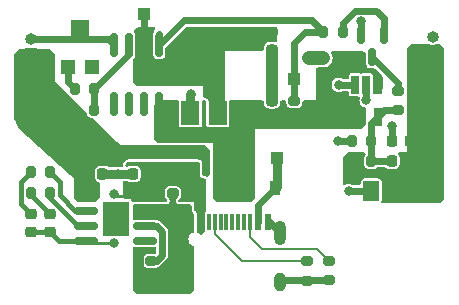
<source format=gtl>
%TF.GenerationSoftware,KiCad,Pcbnew,7.0.6*%
%TF.CreationDate,2023-09-04T13:51:18+12:00*%
%TF.ProjectId,GBA_lipo,4742415f-6c69-4706-9f2e-6b696361645f,rev?*%
%TF.SameCoordinates,Original*%
%TF.FileFunction,Copper,L1,Top*%
%TF.FilePolarity,Positive*%
%FSLAX46Y46*%
G04 Gerber Fmt 4.6, Leading zero omitted, Abs format (unit mm)*
G04 Created by KiCad (PCBNEW 7.0.6) date 2023-09-04 13:51:18*
%MOMM*%
%LPD*%
G01*
G04 APERTURE LIST*
G04 Aperture macros list*
%AMRoundRect*
0 Rectangle with rounded corners*
0 $1 Rounding radius*
0 $2 $3 $4 $5 $6 $7 $8 $9 X,Y pos of 4 corners*
0 Add a 4 corners polygon primitive as box body*
4,1,4,$2,$3,$4,$5,$6,$7,$8,$9,$2,$3,0*
0 Add four circle primitives for the rounded corners*
1,1,$1+$1,$2,$3*
1,1,$1+$1,$4,$5*
1,1,$1+$1,$6,$7*
1,1,$1+$1,$8,$9*
0 Add four rect primitives between the rounded corners*
20,1,$1+$1,$2,$3,$4,$5,0*
20,1,$1+$1,$4,$5,$6,$7,0*
20,1,$1+$1,$6,$7,$8,$9,0*
20,1,$1+$1,$8,$9,$2,$3,0*%
G04 Aperture macros list end*
%TA.AperFunction,SMDPad,CuDef*%
%ADD10R,1.000000X1.000000*%
%TD*%
%TA.AperFunction,SMDPad,CuDef*%
%ADD11RoundRect,0.200000X0.275000X-0.200000X0.275000X0.200000X-0.275000X0.200000X-0.275000X-0.200000X0*%
%TD*%
%TA.AperFunction,SMDPad,CuDef*%
%ADD12RoundRect,0.250001X-0.462499X-0.624999X0.462499X-0.624999X0.462499X0.624999X-0.462499X0.624999X0*%
%TD*%
%TA.AperFunction,ComponentPad*%
%ADD13R,1.000000X1.000000*%
%TD*%
%TA.AperFunction,ComponentPad*%
%ADD14O,1.000000X1.000000*%
%TD*%
%TA.AperFunction,SMDPad,CuDef*%
%ADD15R,0.600000X1.450000*%
%TD*%
%TA.AperFunction,SMDPad,CuDef*%
%ADD16R,0.300000X1.450000*%
%TD*%
%TA.AperFunction,ComponentPad*%
%ADD17O,1.000000X1.600000*%
%TD*%
%TA.AperFunction,ComponentPad*%
%ADD18O,1.000000X2.100000*%
%TD*%
%TA.AperFunction,SMDPad,CuDef*%
%ADD19RoundRect,0.200000X0.200000X0.275000X-0.200000X0.275000X-0.200000X-0.275000X0.200000X-0.275000X0*%
%TD*%
%TA.AperFunction,SMDPad,CuDef*%
%ADD20RoundRect,0.200000X-0.275000X0.200000X-0.275000X-0.200000X0.275000X-0.200000X0.275000X0.200000X0*%
%TD*%
%TA.AperFunction,SMDPad,CuDef*%
%ADD21RoundRect,0.225000X-0.225000X-0.250000X0.225000X-0.250000X0.225000X0.250000X-0.225000X0.250000X0*%
%TD*%
%TA.AperFunction,SMDPad,CuDef*%
%ADD22RoundRect,0.218750X-0.256250X0.218750X-0.256250X-0.218750X0.256250X-0.218750X0.256250X0.218750X0*%
%TD*%
%TA.AperFunction,SMDPad,CuDef*%
%ADD23R,1.500000X2.000000*%
%TD*%
%TA.AperFunction,SMDPad,CuDef*%
%ADD24R,3.800000X2.000000*%
%TD*%
%TA.AperFunction,SMDPad,CuDef*%
%ADD25R,0.900000X1.200000*%
%TD*%
%TA.AperFunction,SMDPad,CuDef*%
%ADD26RoundRect,0.200000X-0.200000X-0.275000X0.200000X-0.275000X0.200000X0.275000X-0.200000X0.275000X0*%
%TD*%
%TA.AperFunction,SMDPad,CuDef*%
%ADD27R,1.200000X1.200000*%
%TD*%
%TA.AperFunction,SMDPad,CuDef*%
%ADD28R,1.600000X1.500000*%
%TD*%
%TA.AperFunction,SMDPad,CuDef*%
%ADD29R,0.650000X1.560000*%
%TD*%
%TA.AperFunction,SMDPad,CuDef*%
%ADD30RoundRect,0.150000X-0.150000X0.587500X-0.150000X-0.587500X0.150000X-0.587500X0.150000X0.587500X0*%
%TD*%
%TA.AperFunction,SMDPad,CuDef*%
%ADD31RoundRect,0.225000X0.225000X0.250000X-0.225000X0.250000X-0.225000X-0.250000X0.225000X-0.250000X0*%
%TD*%
%TA.AperFunction,SMDPad,CuDef*%
%ADD32RoundRect,0.150000X0.825000X0.150000X-0.825000X0.150000X-0.825000X-0.150000X0.825000X-0.150000X0*%
%TD*%
%TA.AperFunction,SMDPad,CuDef*%
%ADD33R,2.290000X3.000000*%
%TD*%
%TA.AperFunction,SMDPad,CuDef*%
%ADD34RoundRect,0.225000X0.250000X-0.225000X0.250000X0.225000X-0.250000X0.225000X-0.250000X-0.225000X0*%
%TD*%
%TA.AperFunction,SMDPad,CuDef*%
%ADD35RoundRect,0.150000X0.150000X-0.587500X0.150000X0.587500X-0.150000X0.587500X-0.150000X-0.587500X0*%
%TD*%
%TA.AperFunction,SMDPad,CuDef*%
%ADD36RoundRect,0.225000X-0.250000X0.225000X-0.250000X-0.225000X0.250000X-0.225000X0.250000X0.225000X0*%
%TD*%
%TA.AperFunction,SMDPad,CuDef*%
%ADD37RoundRect,0.150000X-0.150000X0.825000X-0.150000X-0.825000X0.150000X-0.825000X0.150000X0.825000X0*%
%TD*%
%TA.AperFunction,ViaPad*%
%ADD38C,0.800000*%
%TD*%
%TA.AperFunction,Conductor*%
%ADD39C,0.600000*%
%TD*%
%TA.AperFunction,Conductor*%
%ADD40C,0.800000*%
%TD*%
%TA.AperFunction,Conductor*%
%ADD41C,1.200000*%
%TD*%
%TA.AperFunction,Conductor*%
%ADD42C,0.250000*%
%TD*%
%TA.AperFunction,Conductor*%
%ADD43C,1.000000*%
%TD*%
%TA.AperFunction,Conductor*%
%ADD44C,0.400000*%
%TD*%
%TA.AperFunction,Conductor*%
%ADD45C,0.200000*%
%TD*%
G04 APERTURE END LIST*
D10*
X92750000Y-117000000D03*
X101000000Y-129250000D03*
X83250000Y-124250000D03*
X117250000Y-123750000D03*
X105500000Y-122500000D03*
X104000000Y-129250000D03*
D11*
X105500000Y-126000000D03*
X105500000Y-124350000D03*
D12*
X114987500Y-132000000D03*
X112012500Y-132000000D03*
D13*
X117200000Y-120210000D03*
D14*
X117200000Y-118940000D03*
D15*
X96750000Y-134645000D03*
X97550000Y-134645000D03*
D16*
X98750000Y-134645000D03*
X99750000Y-134645000D03*
X100250000Y-134645000D03*
X101250000Y-134645000D03*
D15*
X102450000Y-134645000D03*
X103250000Y-134645000D03*
X103250000Y-134645000D03*
X102450000Y-134645000D03*
D16*
X101750000Y-134645000D03*
X100750000Y-134645000D03*
X99250000Y-134645000D03*
X98250000Y-134645000D03*
D15*
X97550000Y-134645000D03*
X96750000Y-134645000D03*
D17*
X95680000Y-139740000D03*
X104320000Y-139740000D03*
D18*
X104320000Y-135560000D03*
X95680000Y-135560000D03*
D19*
X88565000Y-123340000D03*
X86915000Y-123340000D03*
D20*
X93400000Y-137915000D03*
X93400000Y-139565000D03*
D21*
X87698000Y-130540000D03*
X89248000Y-130540000D03*
D22*
X83200000Y-133940000D03*
X83200000Y-135515000D03*
D23*
X96700000Y-125415000D03*
X99000000Y-125415000D03*
D24*
X99000000Y-119115000D03*
D23*
X101300000Y-125415000D03*
D25*
X103900000Y-131740000D03*
X100600000Y-131740000D03*
D26*
X83175000Y-132187000D03*
X84825000Y-132187000D03*
D27*
X86365000Y-121540000D03*
D28*
X87365000Y-118290000D03*
D27*
X88365000Y-121540000D03*
D29*
X112550000Y-123015000D03*
X111600000Y-123015000D03*
X110650000Y-123015000D03*
X110650000Y-125715000D03*
X112550000Y-125715000D03*
D21*
X113750000Y-127740000D03*
X115300000Y-127740000D03*
D22*
X84800000Y-133940000D03*
X84800000Y-135515000D03*
D30*
X113050000Y-118802500D03*
X111150000Y-118802500D03*
X112100000Y-120677500D03*
D31*
X93375000Y-130540000D03*
X91825000Y-130540000D03*
D21*
X107925000Y-120740000D03*
X109475000Y-120740000D03*
D32*
X92845000Y-136245000D03*
X92845000Y-134975000D03*
X92845000Y-133705000D03*
X92845000Y-132435000D03*
X87895000Y-132435000D03*
X87895000Y-133705000D03*
X87895000Y-134975000D03*
X87895000Y-136245000D03*
D33*
X90370000Y-134340000D03*
D20*
X95200000Y-130540000D03*
X95200000Y-132190000D03*
D26*
X83175000Y-130409000D03*
X84825000Y-130409000D03*
D13*
X83200000Y-120410000D03*
D14*
X83200000Y-119140000D03*
D26*
X110375000Y-129465000D03*
X112025000Y-129465000D03*
D20*
X108400000Y-137915000D03*
X108400000Y-139565000D03*
X106600000Y-137940000D03*
X106600000Y-139590000D03*
D26*
X86915000Y-125140000D03*
X88565000Y-125140000D03*
D19*
X112025000Y-127740000D03*
X110375000Y-127740000D03*
D34*
X103600000Y-125915000D03*
X103600000Y-124365000D03*
D35*
X97050000Y-131877500D03*
X98950000Y-131877500D03*
X98000000Y-130002500D03*
D36*
X103600000Y-118515000D03*
X103600000Y-120065000D03*
D31*
X115300000Y-129465000D03*
X113750000Y-129465000D03*
D11*
X114300000Y-125165000D03*
X114300000Y-123515000D03*
D26*
X107950000Y-118565000D03*
X109600000Y-118565000D03*
D37*
X94070000Y-119665000D03*
X92800000Y-119665000D03*
X91530000Y-119665000D03*
X90260000Y-119665000D03*
X90260000Y-124615000D03*
X91530000Y-124615000D03*
X92800000Y-124615000D03*
X94070000Y-124615000D03*
D38*
X109250000Y-123000000D03*
X110100000Y-132000000D03*
X90250000Y-132240498D03*
X90250000Y-136439502D03*
X103600000Y-122140000D03*
X111600000Y-124340000D03*
X111148212Y-117639500D03*
X113800000Y-126540000D03*
X109200000Y-127740000D03*
X106750000Y-120750000D03*
X90600000Y-130540000D03*
X103600000Y-122140000D03*
X96705499Y-123800136D03*
D39*
X110100000Y-132000000D02*
X112012500Y-132000000D01*
D40*
X104000000Y-129250000D02*
X104000000Y-131640000D01*
X104000000Y-131640000D02*
X103900000Y-131740000D01*
D39*
X110650000Y-123015000D02*
X109265000Y-123015000D01*
X109265000Y-123015000D02*
X109250000Y-123000000D01*
D41*
X106750000Y-120750000D02*
X106760000Y-120740000D01*
X106760000Y-120740000D02*
X107925000Y-120740000D01*
D39*
X105500000Y-124350000D02*
X105500000Y-119500000D01*
X106435000Y-118565000D02*
X107950000Y-118565000D01*
X105500000Y-119500000D02*
X106435000Y-118565000D01*
X92800000Y-119665000D02*
X92800000Y-117050000D01*
X92800000Y-117050000D02*
X92750000Y-117000000D01*
D42*
X90250000Y-136439502D02*
X88089502Y-136439502D01*
X88089502Y-136439502D02*
X87895000Y-136245000D01*
X90444502Y-132435000D02*
X90250000Y-132240498D01*
X92845000Y-132435000D02*
X90444502Y-132435000D01*
D39*
X113750000Y-126590000D02*
X113800000Y-126540000D01*
X110375000Y-127740000D02*
X109200000Y-127740000D01*
D40*
X96700000Y-125415000D02*
X96700000Y-123805635D01*
D39*
X111150000Y-117641288D02*
X111148212Y-117639500D01*
X113750000Y-127740000D02*
X113750000Y-126590000D01*
X111600000Y-123015000D02*
X111600000Y-124340000D01*
X92845000Y-133705000D02*
X93825000Y-133705000D01*
D43*
X103600000Y-124365000D02*
X103600000Y-122140000D01*
X103600000Y-120065000D02*
X103600000Y-122140000D01*
D39*
X104495000Y-139565000D02*
X104320000Y-139740000D01*
X103405000Y-134645000D02*
X104320000Y-135560000D01*
X111150000Y-118802500D02*
X111150000Y-117641288D01*
X89735000Y-119140000D02*
X90260000Y-119665000D01*
X108400000Y-139565000D02*
X104495000Y-139565000D01*
X103250000Y-134645000D02*
X103405000Y-134645000D01*
D40*
X89248000Y-130540000D02*
X91825000Y-130540000D01*
D39*
X83200000Y-119140000D02*
X89735000Y-119140000D01*
D40*
X96700000Y-123805635D02*
X96705499Y-123800136D01*
D39*
X102450000Y-133190000D02*
X103900000Y-131740000D01*
X102450000Y-134645000D02*
X102450000Y-133190000D01*
D44*
X85530000Y-136245000D02*
X87895000Y-136245000D01*
X83200000Y-135515000D02*
X84800000Y-135515000D01*
X84800000Y-135515000D02*
X85530000Y-136245000D01*
D39*
X98000000Y-130002500D02*
X98000000Y-129340000D01*
X87698000Y-130307532D02*
X87698000Y-130540000D01*
X112025000Y-126240000D02*
X112550000Y-125715000D01*
X112025000Y-129465000D02*
X112025000Y-127740000D01*
X112025000Y-129465000D02*
X113750000Y-129465000D01*
X114300000Y-125165000D02*
X113100000Y-125165000D01*
X113100000Y-125165000D02*
X112550000Y-125715000D01*
X112025000Y-127740000D02*
X112025000Y-126240000D01*
D44*
X82375480Y-133115480D02*
X82375480Y-131208520D01*
X83200000Y-133940000D02*
X82375480Y-133115480D01*
X82375480Y-131208520D02*
X83175000Y-130409000D01*
X83175000Y-132187000D02*
X83175000Y-132315000D01*
X83175000Y-132315000D02*
X84800000Y-133940000D01*
D45*
X98750000Y-135619022D02*
X98750000Y-134645000D01*
X106600000Y-137940000D02*
X101070978Y-137940000D01*
X101070978Y-137940000D02*
X98750000Y-135619022D01*
X102755602Y-136909520D02*
X101750000Y-135903918D01*
X101750000Y-135903918D02*
X101750000Y-134645000D01*
X108400000Y-137915000D02*
X107394520Y-136909520D01*
X107394520Y-136909520D02*
X102755602Y-136909520D01*
D44*
X85624520Y-132364520D02*
X86965000Y-133705000D01*
X85624520Y-131208520D02*
X85624520Y-132364520D01*
X84825000Y-130409000D02*
X85624520Y-131208520D01*
X88460000Y-133705000D02*
X87760000Y-133705000D01*
X86965000Y-133705000D02*
X87895000Y-133705000D01*
X87184365Y-134975000D02*
X87895000Y-134975000D01*
X84825000Y-132187000D02*
X84825000Y-132615635D01*
X88206000Y-134975000D02*
X87506000Y-134975000D01*
X84825000Y-132615635D02*
X87184365Y-134975000D01*
D39*
X88565000Y-123340000D02*
X91530000Y-120375000D01*
X91530000Y-120375000D02*
X91530000Y-119665000D01*
X88565000Y-125140000D02*
X88565000Y-123340000D01*
X86365000Y-122790000D02*
X86915000Y-123340000D01*
X86365000Y-121540000D02*
X86365000Y-122790000D01*
X106950480Y-117565480D02*
X107950000Y-118565000D01*
X94070000Y-119665000D02*
X94070000Y-118670000D01*
X107950000Y-118290000D02*
X107950000Y-118565000D01*
X96169520Y-117565480D02*
X106950480Y-117565480D01*
X94070000Y-119665000D02*
X96169520Y-117565480D01*
X109600000Y-118565000D02*
X109600000Y-117740000D01*
X110600000Y-116740000D02*
X112400000Y-116740000D01*
X112400000Y-116740000D02*
X113050000Y-117390000D01*
X109600000Y-117740000D02*
X110600000Y-116740000D01*
X113050000Y-117390000D02*
X113050000Y-118802500D01*
X112100000Y-120677500D02*
X114300000Y-122877500D01*
X114300000Y-122877500D02*
X114300000Y-123515000D01*
X92845000Y-134975000D02*
X93835000Y-134975000D01*
X94319520Y-135459520D02*
X94319520Y-137420480D01*
X93835000Y-134975000D02*
X94319520Y-135459520D01*
X94319520Y-137420480D02*
X93825000Y-137915000D01*
X93825000Y-137915000D02*
X93400000Y-137915000D01*
%TA.AperFunction,Conductor*%
G36*
X93659211Y-118160002D02*
G01*
X93705704Y-118213658D01*
X93715808Y-118283932D01*
X93686314Y-118348512D01*
X93686314Y-118348513D01*
X93644623Y-118396626D01*
X93602209Y-118489500D01*
X93584835Y-118527543D01*
X93569599Y-118633517D01*
X93569500Y-118634204D01*
X93569500Y-119644867D01*
X93569339Y-119649363D01*
X93565641Y-119701070D01*
X93565641Y-119701073D01*
X93566620Y-119705576D01*
X93569500Y-119732357D01*
X93569500Y-120523261D01*
X93579427Y-120591394D01*
X93630801Y-120696482D01*
X93630803Y-120696485D01*
X93713514Y-120779196D01*
X93713517Y-120779198D01*
X93818607Y-120830573D01*
X93886740Y-120840500D01*
X93886745Y-120840500D01*
X94253255Y-120840500D01*
X94253260Y-120840500D01*
X94321393Y-120830573D01*
X94426483Y-120779198D01*
X94509198Y-120696483D01*
X94560573Y-120591393D01*
X94570500Y-120523260D01*
X94570499Y-119924502D01*
X94590501Y-119856382D01*
X94607395Y-119835417D01*
X96265911Y-118176902D01*
X96328221Y-118142879D01*
X96355004Y-118140000D01*
X103547810Y-118140000D01*
X103615931Y-118160002D01*
X103636905Y-118176905D01*
X103963095Y-118503095D01*
X103997121Y-118565407D01*
X104000000Y-118592190D01*
X104000000Y-119281298D01*
X103979998Y-119349419D01*
X103926342Y-119395912D01*
X103856068Y-119406016D01*
X103843847Y-119403637D01*
X103685059Y-119364500D01*
X103685056Y-119364500D01*
X103514944Y-119364500D01*
X103514940Y-119364500D01*
X103349767Y-119405211D01*
X103343701Y-119407512D01*
X103318739Y-119414147D01*
X103289106Y-119418840D01*
X103216874Y-119430281D01*
X103216872Y-119430281D01*
X103216872Y-119430282D01*
X103096780Y-119491471D01*
X103001471Y-119586780D01*
X102971875Y-119644867D01*
X102940281Y-119706874D01*
X102924500Y-119806512D01*
X102924500Y-119806515D01*
X102924500Y-119847619D01*
X102916312Y-119892299D01*
X102914859Y-119896128D01*
X102914858Y-119896133D01*
X102899041Y-120026407D01*
X102897881Y-120026266D01*
X102875488Y-120088391D01*
X102819125Y-120131562D01*
X102773792Y-120140000D01*
X99600000Y-120140000D01*
X99600000Y-120539998D01*
X99600000Y-126087809D01*
X99579998Y-126155930D01*
X99563096Y-126176904D01*
X99366903Y-126373096D01*
X99304594Y-126407120D01*
X99277810Y-126410000D01*
X98381000Y-126410000D01*
X98312879Y-126389998D01*
X98266386Y-126336342D01*
X98255000Y-126284000D01*
X98255000Y-124466005D01*
X98254999Y-124465993D01*
X98252539Y-124443113D01*
X98250304Y-124422319D01*
X98238918Y-124369977D01*
X98236430Y-124359797D01*
X98193421Y-124279084D01*
X98147539Y-124226133D01*
X98146931Y-124225431D01*
X98146932Y-124225432D01*
X98129333Y-124207471D01*
X98049513Y-124162823D01*
X97981408Y-124142827D01*
X97981399Y-124142825D01*
X97981396Y-124142824D01*
X97940367Y-124136925D01*
X97923494Y-124134499D01*
X97919012Y-124134179D01*
X97919133Y-124132483D01*
X97857879Y-124114498D01*
X97811386Y-124060842D01*
X97800000Y-124008500D01*
X97800000Y-123540000D01*
X97800000Y-123140000D01*
X97400001Y-123140000D01*
X92252190Y-123140000D01*
X92184069Y-123119998D01*
X92163095Y-123103095D01*
X91836904Y-122776904D01*
X91802878Y-122714592D01*
X91800000Y-122687818D01*
X91800000Y-120900126D01*
X91820001Y-120832009D01*
X91870664Y-120786931D01*
X91886483Y-120779198D01*
X91969198Y-120696483D01*
X92020573Y-120591393D01*
X92030500Y-120523260D01*
X92030500Y-120395131D01*
X92030661Y-120390634D01*
X92034359Y-120338926D01*
X92033380Y-120334429D01*
X92030499Y-120307637D01*
X92030499Y-119586780D01*
X92030500Y-118806740D01*
X92020573Y-118738607D01*
X91969198Y-118633517D01*
X91969196Y-118633514D01*
X91926936Y-118591254D01*
X91892910Y-118528942D01*
X91897975Y-118458127D01*
X91926934Y-118413065D01*
X92163096Y-118176904D01*
X92225408Y-118142879D01*
X92252191Y-118140000D01*
X93591090Y-118140000D01*
X93659211Y-118160002D01*
G37*
%TD.AperFunction*%
%TA.AperFunction,Conductor*%
G36*
X84815931Y-119960002D02*
G01*
X84836905Y-119976905D01*
X85163095Y-120303095D01*
X85197121Y-120365407D01*
X85200000Y-120392190D01*
X85200000Y-122740000D01*
X87235666Y-124702963D01*
X87926629Y-125369250D01*
X87961781Y-125430933D01*
X87963466Y-125441671D01*
X87963727Y-125441630D01*
X87979353Y-125540302D01*
X88036949Y-125653342D01*
X88126657Y-125743050D01*
X88165299Y-125762738D01*
X88239696Y-125800646D01*
X88333481Y-125815500D01*
X88338544Y-125815499D01*
X88406664Y-125835494D01*
X88426007Y-125850793D01*
X90512062Y-127862346D01*
X90800000Y-128140000D01*
X94004922Y-128140000D01*
X94022852Y-128141282D01*
X94032666Y-128142692D01*
X94052190Y-128145500D01*
X97953310Y-128145500D01*
X98021431Y-128165502D01*
X98042405Y-128182405D01*
X98357595Y-128497595D01*
X98391621Y-128559907D01*
X98394500Y-128586690D01*
X98394500Y-130493308D01*
X98374498Y-130561429D01*
X98357595Y-130582403D01*
X98180712Y-130759286D01*
X98118400Y-130793312D01*
X98047585Y-130788247D01*
X98030107Y-130780157D01*
X98000013Y-130763323D01*
X97931908Y-130743327D01*
X97931899Y-130743325D01*
X97931896Y-130743324D01*
X97874000Y-130735000D01*
X97873997Y-130735000D01*
X97845608Y-130735000D01*
X97790259Y-130722192D01*
X97783455Y-130718865D01*
X97749709Y-130694768D01*
X97745228Y-130690287D01*
X97721124Y-130656526D01*
X97717801Y-130649728D01*
X97705000Y-130594394D01*
X97705000Y-129666005D01*
X97704999Y-129665993D01*
X97700304Y-129622319D01*
X97688918Y-129569977D01*
X97686430Y-129559797D01*
X97643421Y-129479084D01*
X97602267Y-129431589D01*
X97596931Y-129425431D01*
X97596932Y-129425432D01*
X97579333Y-129407471D01*
X97499513Y-129362823D01*
X97431408Y-129342827D01*
X97431399Y-129342825D01*
X97431396Y-129342824D01*
X97373500Y-129334500D01*
X91446687Y-129334500D01*
X91446684Y-129334500D01*
X91443854Y-129334651D01*
X91435698Y-129335089D01*
X91435689Y-129335089D01*
X91435688Y-129335090D01*
X91435687Y-129335090D01*
X91403448Y-129338555D01*
X91403445Y-129338555D01*
X91403444Y-129338556D01*
X91389804Y-129342827D01*
X91326918Y-129362517D01*
X91264603Y-129396545D01*
X91217791Y-129431589D01*
X91217776Y-129431602D01*
X91067691Y-129581689D01*
X91059063Y-129590954D01*
X91059059Y-129590958D01*
X91022539Y-129645614D01*
X90993043Y-129710199D01*
X90993043Y-129710198D01*
X90984018Y-129733661D01*
X90976649Y-129823771D01*
X90951161Y-129890034D01*
X90893894Y-129931999D01*
X90851068Y-129939500D01*
X90643494Y-129939500D01*
X90635262Y-129938960D01*
X90600001Y-129934318D01*
X90599999Y-129934318D01*
X90564738Y-129938960D01*
X90556506Y-129939500D01*
X89752600Y-129939500D01*
X89695397Y-129925767D01*
X89683496Y-129919703D01*
X89606126Y-129880281D01*
X89506488Y-129864500D01*
X88989512Y-129864500D01*
X88889874Y-129880281D01*
X88889872Y-129880281D01*
X88889872Y-129880282D01*
X88769780Y-129941471D01*
X88674471Y-130036780D01*
X88640995Y-130102482D01*
X88613281Y-130156874D01*
X88597500Y-130256512D01*
X88597500Y-130823488D01*
X88613281Y-130923126D01*
X88674472Y-131043220D01*
X88769780Y-131138528D01*
X88889874Y-131199719D01*
X88893706Y-131200325D01*
X88897987Y-131202355D01*
X88899301Y-131202782D01*
X88899245Y-131202951D01*
X88957857Y-131230732D01*
X88995388Y-131290997D01*
X89000000Y-131324774D01*
X89000000Y-132487810D01*
X88979998Y-132555931D01*
X88963095Y-132576905D01*
X88636905Y-132903095D01*
X88574593Y-132937121D01*
X88547810Y-132940000D01*
X87252190Y-132940000D01*
X87184069Y-132919998D01*
X87163099Y-132903099D01*
X86836904Y-132576904D01*
X86802879Y-132514592D01*
X86800000Y-132487809D01*
X86800000Y-131339999D01*
X86800000Y-130940000D01*
X86505629Y-130669179D01*
X86505628Y-130669176D01*
X82113823Y-126628717D01*
X82083752Y-126586621D01*
X81810620Y-125964201D01*
X81800000Y-125913570D01*
X81800000Y-120392190D01*
X81820002Y-120324069D01*
X81836905Y-120303095D01*
X82163095Y-119976905D01*
X82225407Y-119942879D01*
X82252190Y-119940000D01*
X84747810Y-119940000D01*
X84815931Y-119960002D01*
G37*
%TD.AperFunction*%
%TA.AperFunction,Conductor*%
G36*
X111227352Y-120154241D02*
G01*
X111531688Y-120312695D01*
X111582873Y-120361895D01*
X111599500Y-120424454D01*
X111599500Y-120610140D01*
X111596621Y-120636920D01*
X111595641Y-120641423D01*
X111595641Y-120641428D01*
X111599339Y-120693134D01*
X111599500Y-120697630D01*
X111599499Y-121298255D01*
X111599500Y-121298261D01*
X111609427Y-121366394D01*
X111660801Y-121471482D01*
X111660803Y-121471485D01*
X111743514Y-121554196D01*
X111743517Y-121554198D01*
X111848607Y-121605573D01*
X111916740Y-121615500D01*
X111916745Y-121615500D01*
X112277996Y-121615500D01*
X112346117Y-121635502D01*
X112367091Y-121652405D01*
X112858897Y-122144211D01*
X112890099Y-122195828D01*
X112991491Y-122521274D01*
X112997191Y-122559595D01*
X112992310Y-123288914D01*
X112971853Y-123356900D01*
X112955904Y-123376668D01*
X112625416Y-123710866D01*
X112563295Y-123745238D01*
X112538076Y-123748248D01*
X112481300Y-123749262D01*
X112253750Y-123753326D01*
X112185283Y-123734543D01*
X112137839Y-123681726D01*
X112125500Y-123627346D01*
X112125500Y-122999999D01*
X112125500Y-122215252D01*
X112113867Y-122156769D01*
X112069552Y-122090448D01*
X112003231Y-122046133D01*
X112003228Y-122046132D01*
X111944750Y-122034500D01*
X111944748Y-122034500D01*
X111255252Y-122034500D01*
X111255249Y-122034500D01*
X111196771Y-122046132D01*
X111196767Y-122046134D01*
X111194997Y-122047317D01*
X111190554Y-122048707D01*
X111185306Y-122050882D01*
X111185111Y-122050411D01*
X111127244Y-122068529D01*
X111058777Y-122049744D01*
X111055018Y-122047327D01*
X111053231Y-122046133D01*
X111053229Y-122046132D01*
X111053228Y-122046132D01*
X110994750Y-122034500D01*
X110994748Y-122034500D01*
X110305252Y-122034500D01*
X110305249Y-122034500D01*
X110246771Y-122046132D01*
X110246768Y-122046133D01*
X110180448Y-122090448D01*
X110136133Y-122156768D01*
X110136132Y-122156771D01*
X110124500Y-122215249D01*
X110124500Y-122388500D01*
X110104498Y-122456621D01*
X110050842Y-122503114D01*
X109998500Y-122514500D01*
X109646485Y-122514500D01*
X109578364Y-122494498D01*
X109569789Y-122488469D01*
X109552841Y-122475464D01*
X109406762Y-122414956D01*
X109406760Y-122414955D01*
X109250000Y-122394318D01*
X109093239Y-122414955D01*
X108947160Y-122475463D01*
X108947157Y-122475465D01*
X108821718Y-122571718D01*
X108725465Y-122697157D01*
X108725463Y-122697160D01*
X108664955Y-122843239D01*
X108644318Y-122999999D01*
X108644318Y-123000000D01*
X108664955Y-123156760D01*
X108680569Y-123194454D01*
X108725464Y-123302841D01*
X108821718Y-123428282D01*
X108947159Y-123524536D01*
X109093238Y-123585044D01*
X109171619Y-123595362D01*
X109249999Y-123605682D01*
X109249999Y-123605681D01*
X109250000Y-123605682D01*
X109406762Y-123585044D01*
X109551502Y-123525090D01*
X109599718Y-123515500D01*
X109998500Y-123515500D01*
X110066621Y-123535502D01*
X110113114Y-123589158D01*
X110124500Y-123641500D01*
X110124500Y-123814750D01*
X110130516Y-123844996D01*
X110136133Y-123873231D01*
X110180448Y-123939552D01*
X110246769Y-123983867D01*
X110305252Y-123995500D01*
X110305253Y-123995500D01*
X110904148Y-123995500D01*
X110972269Y-124015502D01*
X111018762Y-124069158D01*
X111028866Y-124139432D01*
X111020557Y-124169715D01*
X111017605Y-124176841D01*
X111014955Y-124183239D01*
X110994318Y-124339999D01*
X110994318Y-124340000D01*
X111014955Y-124496760D01*
X111050064Y-124581519D01*
X111075464Y-124642841D01*
X111171718Y-124768282D01*
X111297159Y-124864536D01*
X111443238Y-124925044D01*
X111484379Y-124930460D01*
X111549306Y-124959182D01*
X111588398Y-125018447D01*
X111593932Y-125054928D01*
X111597104Y-125935933D01*
X111583670Y-125988972D01*
X111584352Y-125989227D01*
X111582029Y-125995453D01*
X111581698Y-125996763D01*
X111581203Y-125997669D01*
X111563090Y-126046234D01*
X111561369Y-126050389D01*
X111539834Y-126097544D01*
X111539833Y-126097548D01*
X111539176Y-126102117D01*
X111532523Y-126128186D01*
X111530909Y-126132512D01*
X111530909Y-126132516D01*
X111527209Y-126184223D01*
X111526729Y-126188690D01*
X111524500Y-126204201D01*
X111524500Y-126219867D01*
X111524339Y-126224363D01*
X111520640Y-126276071D01*
X111520641Y-126276073D01*
X111521621Y-126280579D01*
X111524499Y-126307355D01*
X111524500Y-126362269D01*
X111504499Y-126430390D01*
X111487756Y-126451206D01*
X111236932Y-126702935D01*
X111174681Y-126737072D01*
X111147676Y-126740000D01*
X102200000Y-126740000D01*
X102200000Y-127139998D01*
X102200000Y-132487810D01*
X102179998Y-132555931D01*
X102163095Y-132576905D01*
X101836905Y-132903095D01*
X101774593Y-132937121D01*
X101747810Y-132940000D01*
X99052190Y-132940000D01*
X98984069Y-132919998D01*
X98963099Y-132903099D01*
X98636904Y-132576904D01*
X98602879Y-132514592D01*
X98600000Y-132487809D01*
X98600000Y-128340000D01*
X98600000Y-127940000D01*
X98200001Y-127940000D01*
X94052190Y-127940000D01*
X93984069Y-127919998D01*
X93963095Y-127903095D01*
X93636905Y-127576905D01*
X93602879Y-127514593D01*
X93600000Y-127487810D01*
X93600000Y-124792190D01*
X93620002Y-124724069D01*
X93636905Y-124703095D01*
X93963095Y-124376905D01*
X94025407Y-124342879D01*
X94052190Y-124340000D01*
X95623500Y-124340000D01*
X95691621Y-124360002D01*
X95738114Y-124413658D01*
X95749500Y-124466000D01*
X95749500Y-126434750D01*
X95752773Y-126451206D01*
X95761133Y-126493231D01*
X95805448Y-126559552D01*
X95871769Y-126603867D01*
X95930252Y-126615500D01*
X95930253Y-126615500D01*
X97469747Y-126615500D01*
X97469748Y-126615500D01*
X97528231Y-126603867D01*
X97594552Y-126559552D01*
X97638867Y-126493231D01*
X97650500Y-126434748D01*
X97650500Y-124466000D01*
X97670502Y-124397879D01*
X97724158Y-124351386D01*
X97776500Y-124340000D01*
X97923500Y-124340000D01*
X97991621Y-124360002D01*
X98038114Y-124413658D01*
X98049500Y-124466000D01*
X98049500Y-126434750D01*
X98052773Y-126451206D01*
X98061133Y-126493231D01*
X98105448Y-126559552D01*
X98171769Y-126603867D01*
X98230252Y-126615500D01*
X98230253Y-126615500D01*
X99769747Y-126615500D01*
X99769748Y-126615500D01*
X99828231Y-126603867D01*
X99894552Y-126559552D01*
X99938867Y-126493231D01*
X99950500Y-126434748D01*
X99950500Y-124466000D01*
X99970502Y-124397879D01*
X100024158Y-124351386D01*
X100076500Y-124340000D01*
X102779693Y-124340000D01*
X102847814Y-124360002D01*
X102894307Y-124413658D01*
X102904774Y-124450812D01*
X102914858Y-124533865D01*
X102914859Y-124533868D01*
X102914859Y-124533869D01*
X102914860Y-124533872D01*
X102916312Y-124537701D01*
X102924500Y-124582380D01*
X102924500Y-124623488D01*
X102940281Y-124723126D01*
X103001472Y-124843220D01*
X103096780Y-124938528D01*
X103216874Y-124999719D01*
X103316512Y-125015500D01*
X103316516Y-125015500D01*
X103318738Y-125015852D01*
X103343709Y-125022489D01*
X103349771Y-125024788D01*
X103349775Y-125024790D01*
X103514944Y-125065500D01*
X103514947Y-125065500D01*
X103685053Y-125065500D01*
X103685056Y-125065500D01*
X103850225Y-125024790D01*
X103850231Y-125024786D01*
X103856287Y-125022491D01*
X103881261Y-125015852D01*
X103883483Y-125015500D01*
X103883488Y-125015500D01*
X103983126Y-124999719D01*
X104103220Y-124938528D01*
X104198528Y-124843220D01*
X104259719Y-124723126D01*
X104275500Y-124623488D01*
X104275500Y-124582377D01*
X104283690Y-124537695D01*
X104285140Y-124533872D01*
X104289646Y-124496762D01*
X104295226Y-124450812D01*
X104323293Y-124385599D01*
X104382162Y-124345913D01*
X104420307Y-124340000D01*
X104698501Y-124340000D01*
X104766622Y-124360002D01*
X104813115Y-124413658D01*
X104824501Y-124466000D01*
X104824501Y-124581516D01*
X104839353Y-124675302D01*
X104896949Y-124788342D01*
X104986657Y-124878050D01*
X105025299Y-124897738D01*
X105099696Y-124935646D01*
X105193481Y-124950500D01*
X105806518Y-124950499D01*
X105900304Y-124935646D01*
X106013342Y-124878050D01*
X106103050Y-124788342D01*
X106160646Y-124675304D01*
X106175500Y-124581519D01*
X106175499Y-124466000D01*
X106195502Y-124397879D01*
X106249158Y-124351386D01*
X106301500Y-124340000D01*
X106950000Y-124340000D01*
X107350000Y-124340000D01*
X107350000Y-121666500D01*
X107370002Y-121598379D01*
X107423658Y-121551886D01*
X107476000Y-121540500D01*
X107969954Y-121540500D01*
X108104255Y-121525368D01*
X108274522Y-121465789D01*
X108427262Y-121369816D01*
X108554816Y-121242262D01*
X108650789Y-121089522D01*
X108710368Y-120919255D01*
X108730565Y-120740000D01*
X108710368Y-120560745D01*
X108650789Y-120390478D01*
X108632829Y-120361895D01*
X108614696Y-120333035D01*
X108595391Y-120264714D01*
X108616087Y-120196801D01*
X108670214Y-120150858D01*
X108721384Y-120140000D01*
X111169164Y-120140000D01*
X111227352Y-120154241D01*
G37*
%TD.AperFunction*%
%TA.AperFunction,Conductor*%
G36*
X95500127Y-131796549D02*
G01*
X95516303Y-131799110D01*
X95553789Y-131811290D01*
X95573270Y-131821216D01*
X95605159Y-131844386D01*
X95620610Y-131859837D01*
X95643782Y-131891729D01*
X95653706Y-131911206D01*
X95665887Y-131948694D01*
X95668447Y-131964854D01*
X95669999Y-131984569D01*
X95669999Y-132395428D01*
X95668447Y-132415143D01*
X95665887Y-132431303D01*
X95653707Y-132468789D01*
X95643785Y-132488263D01*
X95620614Y-132520156D01*
X95558583Y-132582188D01*
X95549955Y-132591454D01*
X95549948Y-132591463D01*
X95513435Y-132646110D01*
X95513433Y-132646112D01*
X95483936Y-132710698D01*
X95483936Y-132710699D01*
X95474911Y-132734162D01*
X95467457Y-132825314D01*
X95474269Y-132872691D01*
X95477561Y-132895589D01*
X95482652Y-132920201D01*
X95525663Y-133000918D01*
X95572152Y-133054569D01*
X95572151Y-133054568D01*
X95589749Y-133072528D01*
X95669569Y-133117176D01*
X95720815Y-133132222D01*
X95737687Y-133137176D01*
X95795583Y-133145500D01*
X96668500Y-133145500D01*
X96736621Y-133165502D01*
X96783114Y-133219158D01*
X96794500Y-133271500D01*
X96794500Y-133608180D01*
X96795191Y-133620085D01*
X96795191Y-133620087D01*
X96799259Y-133654988D01*
X96807036Y-133678705D01*
X96824800Y-133732882D01*
X96850292Y-133777649D01*
X96859929Y-133794575D01*
X96873676Y-133815613D01*
X96873678Y-133815615D01*
X96873680Y-133815618D01*
X96943252Y-133874979D01*
X96944535Y-133875846D01*
X96945175Y-133876620D01*
X96948636Y-133879573D01*
X96948118Y-133880179D01*
X96989784Y-133930554D01*
X97000000Y-133980253D01*
X97000000Y-135428456D01*
X96979998Y-135496577D01*
X96926342Y-135543070D01*
X96922219Y-135544864D01*
X96819772Y-135587299D01*
X96819760Y-135587306D01*
X96699548Y-135679548D01*
X96607306Y-135799760D01*
X96607301Y-135799768D01*
X96549312Y-135939765D01*
X96529534Y-136089999D01*
X96529534Y-136090000D01*
X96549312Y-136240234D01*
X96607301Y-136380231D01*
X96607306Y-136380239D01*
X96699548Y-136500451D01*
X96819760Y-136592693D01*
X96819767Y-136592698D01*
X96922220Y-136635135D01*
X96977499Y-136679682D01*
X96999920Y-136747046D01*
X97000000Y-136751543D01*
X97000000Y-140287810D01*
X96979998Y-140355931D01*
X96963095Y-140376905D01*
X96636905Y-140703095D01*
X96574593Y-140737121D01*
X96547810Y-140740000D01*
X92252190Y-140740000D01*
X92184069Y-140719998D01*
X92163095Y-140703095D01*
X91836905Y-140376905D01*
X91802879Y-140314593D01*
X91800000Y-140287810D01*
X91800000Y-136863980D01*
X91820002Y-136795859D01*
X91873658Y-136749366D01*
X91943929Y-136739262D01*
X91986740Y-136745500D01*
X91986745Y-136745500D01*
X93693020Y-136745500D01*
X93761141Y-136765502D01*
X93807634Y-136819158D01*
X93819020Y-136871500D01*
X93819020Y-137160974D01*
X93799018Y-137229095D01*
X93782115Y-137250069D01*
X93754589Y-137277595D01*
X93692277Y-137311621D01*
X93665494Y-137314500D01*
X93093483Y-137314500D01*
X92999697Y-137329353D01*
X92886657Y-137386949D01*
X92796949Y-137476657D01*
X92752988Y-137562937D01*
X92739354Y-137589696D01*
X92727774Y-137662811D01*
X92724500Y-137683484D01*
X92724500Y-138146516D01*
X92739353Y-138240302D01*
X92796949Y-138353342D01*
X92886657Y-138443050D01*
X92925299Y-138462738D01*
X92999696Y-138500646D01*
X93093481Y-138515500D01*
X93706518Y-138515499D01*
X93800304Y-138500646D01*
X93913342Y-138443050D01*
X93930712Y-138425679D01*
X93967461Y-138400162D01*
X94014611Y-138378629D01*
X94018749Y-138376915D01*
X94067331Y-138358796D01*
X94071017Y-138356036D01*
X94094183Y-138342289D01*
X94098373Y-138340377D01*
X94137547Y-138306432D01*
X94141045Y-138303613D01*
X94153593Y-138294221D01*
X94164686Y-138283126D01*
X94167951Y-138280086D01*
X94207143Y-138246128D01*
X94209631Y-138242256D01*
X94226534Y-138221278D01*
X94625798Y-137822014D01*
X94646776Y-137805111D01*
X94650648Y-137802623D01*
X94684606Y-137763431D01*
X94687646Y-137760166D01*
X94698741Y-137749073D01*
X94708133Y-137736525D01*
X94710952Y-137733027D01*
X94716368Y-137726776D01*
X94744897Y-137693853D01*
X94746809Y-137689663D01*
X94760556Y-137666497D01*
X94763316Y-137662811D01*
X94781438Y-137614219D01*
X94783136Y-137610120D01*
X94804685Y-137562937D01*
X94805339Y-137558381D01*
X94812003Y-137532271D01*
X94813611Y-137527963D01*
X94817309Y-137476250D01*
X94817785Y-137471818D01*
X94820020Y-137456279D01*
X94820020Y-137440610D01*
X94820181Y-137436114D01*
X94821337Y-137419932D01*
X94823879Y-137384407D01*
X94822899Y-137379900D01*
X94820020Y-137353120D01*
X94820020Y-135526877D01*
X94822899Y-135500096D01*
X94823879Y-135495593D01*
X94821732Y-135465573D01*
X94820181Y-135443883D01*
X94820020Y-135439387D01*
X94820020Y-135423721D01*
X94820020Y-135423720D01*
X94817784Y-135408177D01*
X94817308Y-135403736D01*
X94813611Y-135352040D01*
X94813611Y-135352037D01*
X94812001Y-135347722D01*
X94805341Y-135321627D01*
X94804685Y-135317063D01*
X94783144Y-135269896D01*
X94781430Y-135265757D01*
X94763318Y-135217192D01*
X94763316Y-135217189D01*
X94760551Y-135213495D01*
X94746809Y-135190334D01*
X94744897Y-135186147D01*
X94710955Y-135146976D01*
X94708140Y-135143483D01*
X94698741Y-135130927D01*
X94687651Y-135119837D01*
X94684598Y-135116558D01*
X94650647Y-135077376D01*
X94646766Y-135074882D01*
X94625795Y-135057981D01*
X94236537Y-134668723D01*
X94219635Y-134647751D01*
X94217143Y-134643872D01*
X94177959Y-134609919D01*
X94174679Y-134606865D01*
X94163593Y-134595779D01*
X94151036Y-134586379D01*
X94147544Y-134583565D01*
X94108373Y-134549623D01*
X94108371Y-134549622D01*
X94108370Y-134549621D01*
X94108367Y-134549619D01*
X94104178Y-134547706D01*
X94081024Y-134533968D01*
X94077332Y-134531205D01*
X94077331Y-134531204D01*
X94055291Y-134522983D01*
X94028757Y-134513086D01*
X94024603Y-134511365D01*
X93977462Y-134489836D01*
X93977455Y-134489834D01*
X93972883Y-134489177D01*
X93946808Y-134482521D01*
X93942488Y-134480910D01*
X93942480Y-134480908D01*
X93890778Y-134477209D01*
X93886311Y-134476729D01*
X93870799Y-134474500D01*
X93855130Y-134474500D01*
X93850634Y-134474339D01*
X93798927Y-134470641D01*
X93798926Y-134470641D01*
X93794427Y-134471620D01*
X93767642Y-134474500D01*
X91986738Y-134474500D01*
X91944166Y-134480703D01*
X91873873Y-134470731D01*
X91820130Y-134424339D01*
X91800000Y-134356255D01*
X91800000Y-133271500D01*
X91820002Y-133203379D01*
X91873658Y-133156886D01*
X91926000Y-133145500D01*
X94608085Y-133145500D01*
X94620740Y-133145048D01*
X94685222Y-133132222D01*
X94733671Y-133114150D01*
X94751743Y-133107411D01*
X94751742Y-133107411D01*
X94774712Y-133097203D01*
X94844437Y-133038020D01*
X94844438Y-133038019D01*
X94886977Y-132981194D01*
X94886978Y-132981193D01*
X94886984Y-132981184D01*
X94900789Y-132960177D01*
X94927449Y-132872693D01*
X94932514Y-132801878D01*
X94932771Y-132776738D01*
X94907900Y-132688729D01*
X94873874Y-132626417D01*
X94873872Y-132626414D01*
X94838827Y-132579601D01*
X94838820Y-132579593D01*
X94838819Y-132579592D01*
X94779383Y-132520156D01*
X94756216Y-132488270D01*
X94746289Y-132468787D01*
X94734109Y-132431298D01*
X94731549Y-132415131D01*
X94730000Y-132395433D01*
X94730000Y-131984570D01*
X94731550Y-131964865D01*
X94731552Y-131964854D01*
X94734110Y-131948697D01*
X94746289Y-131911212D01*
X94756220Y-131891722D01*
X94779385Y-131859839D01*
X94794841Y-131844383D01*
X94826724Y-131821218D01*
X94846212Y-131811288D01*
X94883699Y-131799109D01*
X94899867Y-131796549D01*
X94919565Y-131795000D01*
X95480430Y-131795000D01*
X95500127Y-131796549D01*
G37*
%TD.AperFunction*%
%TA.AperFunction,Conductor*%
G36*
X116863354Y-119554432D02*
G01*
X116949775Y-119599790D01*
X116949776Y-119599790D01*
X116949778Y-119599791D01*
X117106461Y-119638409D01*
X117114944Y-119640500D01*
X117114947Y-119640500D01*
X117285053Y-119640500D01*
X117285056Y-119640500D01*
X117450225Y-119599790D01*
X117536645Y-119554432D01*
X117595200Y-119540000D01*
X117747810Y-119540000D01*
X117815931Y-119560002D01*
X117836905Y-119576905D01*
X118163095Y-119903095D01*
X118197121Y-119965407D01*
X118200000Y-119992190D01*
X118200000Y-132587809D01*
X118179998Y-132655930D01*
X118163096Y-132676904D01*
X117836903Y-133003096D01*
X117774593Y-133037120D01*
X117747810Y-133040000D01*
X112978216Y-133040000D01*
X112910095Y-133019998D01*
X112863602Y-132966342D01*
X112853498Y-132896068D01*
X112873842Y-132846477D01*
X112873380Y-132846233D01*
X112875892Y-132841478D01*
X112876836Y-132839179D01*
X112877058Y-132838876D01*
X112877793Y-132837882D01*
X112922646Y-132709698D01*
X112925500Y-132679265D01*
X112925499Y-131320736D01*
X112922646Y-131290302D01*
X112877793Y-131162118D01*
X112877791Y-131162114D01*
X112797150Y-131052849D01*
X112687885Y-130972208D01*
X112687881Y-130972206D01*
X112559703Y-130927355D01*
X112559699Y-130927354D01*
X112549553Y-130926402D01*
X112529265Y-130924500D01*
X112529263Y-130924500D01*
X111495743Y-130924500D01*
X111495728Y-130924501D01*
X111471388Y-130926783D01*
X111465302Y-130927354D01*
X111465298Y-130927355D01*
X111465295Y-130927356D01*
X111337118Y-130972206D01*
X111337114Y-130972208D01*
X111227849Y-131052849D01*
X111147208Y-131162114D01*
X111147206Y-131162118D01*
X111102355Y-131290296D01*
X111102354Y-131290300D01*
X111099500Y-131320734D01*
X111099500Y-131373500D01*
X111079498Y-131441621D01*
X111025842Y-131488114D01*
X110973500Y-131499500D01*
X110476936Y-131499500D01*
X110408815Y-131479498D01*
X110404175Y-131476235D01*
X110402839Y-131475463D01*
X110256760Y-131414955D01*
X110100000Y-131394318D01*
X109943239Y-131414955D01*
X109797160Y-131475463D01*
X109790005Y-131479595D01*
X109788368Y-131476760D01*
X109736429Y-131496814D01*
X109666886Y-131482518D01*
X109616112Y-131432895D01*
X109600000Y-131371246D01*
X109600000Y-129192190D01*
X109620002Y-129124069D01*
X109636905Y-129103095D01*
X109963095Y-128776905D01*
X110025407Y-128742879D01*
X110052190Y-128740000D01*
X111398500Y-128740000D01*
X111466621Y-128760002D01*
X111513114Y-128813658D01*
X111524500Y-128866000D01*
X111524500Y-128872799D01*
X111504498Y-128940920D01*
X111500436Y-128946860D01*
X111496950Y-128951656D01*
X111439355Y-129064694D01*
X111439354Y-129064696D01*
X111424500Y-129158481D01*
X111424500Y-129158484D01*
X111424500Y-129771516D01*
X111439353Y-129865302D01*
X111496949Y-129978342D01*
X111586657Y-130068050D01*
X111625299Y-130087738D01*
X111699696Y-130125646D01*
X111793481Y-130140500D01*
X112256518Y-130140499D01*
X112350304Y-130125646D01*
X112463342Y-130068050D01*
X112467864Y-130063528D01*
X112528988Y-130002405D01*
X112591300Y-129968379D01*
X112618083Y-129965500D01*
X113121561Y-129965500D01*
X113189682Y-129985502D01*
X113210656Y-130002404D01*
X113271780Y-130063528D01*
X113391874Y-130124719D01*
X113491512Y-130140500D01*
X113491515Y-130140500D01*
X114008485Y-130140500D01*
X114008488Y-130140500D01*
X114108126Y-130124719D01*
X114228220Y-130063528D01*
X114323528Y-129968220D01*
X114384719Y-129848126D01*
X114400500Y-129748488D01*
X114400500Y-129181512D01*
X114384719Y-129081874D01*
X114323528Y-128961780D01*
X114316843Y-128955095D01*
X114282817Y-128892783D01*
X114287882Y-128821968D01*
X114330429Y-128765132D01*
X114396949Y-128740321D01*
X114405938Y-128740000D01*
X114600000Y-128740000D01*
X115000000Y-128740000D01*
X115000000Y-119992190D01*
X115020002Y-119924069D01*
X115036905Y-119903095D01*
X115363095Y-119576905D01*
X115425407Y-119542879D01*
X115452190Y-119540000D01*
X116804800Y-119540000D01*
X116863354Y-119554432D01*
G37*
%TD.AperFunction*%
%TA.AperFunction,Conductor*%
G36*
X97441621Y-129560002D02*
G01*
X97488114Y-129613658D01*
X97499500Y-129666000D01*
X97499500Y-130623261D01*
X97509427Y-130691394D01*
X97560801Y-130796482D01*
X97560803Y-130796485D01*
X97643514Y-130879196D01*
X97643517Y-130879198D01*
X97748607Y-130930573D01*
X97816740Y-130940500D01*
X97816745Y-130940500D01*
X97874000Y-130940500D01*
X97942121Y-130960502D01*
X97988614Y-131014158D01*
X98000000Y-131066500D01*
X97999999Y-133678705D01*
X97979997Y-133746826D01*
X97963100Y-133767795D01*
X97955451Y-133775443D01*
X97911132Y-133841771D01*
X97899500Y-133900249D01*
X97899500Y-135388308D01*
X97879498Y-135456429D01*
X97862595Y-135477403D01*
X97677800Y-135662198D01*
X97615488Y-135696224D01*
X97544673Y-135691159D01*
X97512001Y-135673065D01*
X97400239Y-135587306D01*
X97400235Y-135587304D01*
X97400233Y-135587302D01*
X97400230Y-135587300D01*
X97400227Y-135587299D01*
X97321126Y-135554534D01*
X97265845Y-135509986D01*
X97243425Y-135442622D01*
X97245767Y-135413541D01*
X97250499Y-135389753D01*
X97250500Y-135389748D01*
X97250500Y-133900252D01*
X97238867Y-133841769D01*
X97194552Y-133775448D01*
X97128231Y-133731133D01*
X97128228Y-133731132D01*
X97101417Y-133725799D01*
X97038508Y-133692890D01*
X97003377Y-133631195D01*
X97000000Y-133602220D01*
X97000000Y-133339999D01*
X97000000Y-132940000D01*
X96600001Y-132940000D01*
X95795583Y-132940000D01*
X95727462Y-132919998D01*
X95680969Y-132866342D01*
X95670865Y-132796068D01*
X95700359Y-132731488D01*
X95706488Y-132724905D01*
X95803048Y-132628344D01*
X95803050Y-132628342D01*
X95807556Y-132619498D01*
X95860646Y-132515304D01*
X95875500Y-132421519D01*
X95875499Y-131958482D01*
X95860646Y-131864696D01*
X95831848Y-131808177D01*
X95803050Y-131751657D01*
X95713342Y-131661949D01*
X95637502Y-131623307D01*
X95600304Y-131604354D01*
X95506519Y-131589500D01*
X95506515Y-131589500D01*
X94893483Y-131589500D01*
X94799697Y-131604353D01*
X94686657Y-131661949D01*
X94596949Y-131751657D01*
X94539355Y-131864694D01*
X94539354Y-131864696D01*
X94524500Y-131958481D01*
X94524500Y-131958484D01*
X94524500Y-132421516D01*
X94539353Y-132515302D01*
X94596949Y-132628342D01*
X94693512Y-132724905D01*
X94727538Y-132787217D01*
X94722473Y-132858032D01*
X94679926Y-132914868D01*
X94613406Y-132939679D01*
X94604417Y-132940000D01*
X91841494Y-132940000D01*
X91773373Y-132919998D01*
X91726880Y-132866342D01*
X91716100Y-132826347D01*
X91715500Y-132820258D01*
X91715500Y-132820252D01*
X91703867Y-132761769D01*
X91659552Y-132695448D01*
X91593231Y-132651133D01*
X91593228Y-132651132D01*
X91534750Y-132639500D01*
X91534748Y-132639500D01*
X91151690Y-132639500D01*
X91083569Y-132619498D01*
X91062595Y-132602595D01*
X91036905Y-132576905D01*
X91002879Y-132514593D01*
X91000000Y-132487810D01*
X91000000Y-131266500D01*
X91020002Y-131198379D01*
X91073658Y-131151886D01*
X91126000Y-131140500D01*
X91320400Y-131140500D01*
X91377602Y-131154232D01*
X91466874Y-131199719D01*
X91566512Y-131215500D01*
X91566515Y-131215500D01*
X92083485Y-131215500D01*
X92083488Y-131215500D01*
X92183126Y-131199719D01*
X92303220Y-131138528D01*
X92398528Y-131043220D01*
X92459719Y-130923126D01*
X92475500Y-130823488D01*
X92475500Y-130256512D01*
X92459719Y-130156874D01*
X92398528Y-130036780D01*
X92303220Y-129941472D01*
X92303219Y-129941471D01*
X92243172Y-129910876D01*
X92183126Y-129880281D01*
X92083488Y-129864500D01*
X91566512Y-129864500D01*
X91466874Y-129880281D01*
X91389907Y-129919498D01*
X91377603Y-129925767D01*
X91320400Y-129939500D01*
X91304690Y-129939500D01*
X91236569Y-129919498D01*
X91190076Y-129865842D01*
X91179972Y-129795568D01*
X91209466Y-129730988D01*
X91215595Y-129724405D01*
X91363095Y-129576905D01*
X91425407Y-129542879D01*
X91452190Y-129540000D01*
X97373500Y-129540000D01*
X97441621Y-129560002D01*
G37*
%TD.AperFunction*%
M02*

</source>
